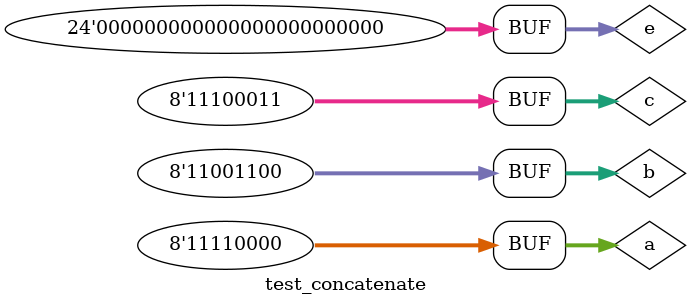
<source format=sv>
module test_concatenate();
  logic [7:0] a,b,c,d;
  logic [23:0] f,e;
  
  initial begin
    #30;
    a=8'b11110000;
    b=8'b11001100;
    c=8'b11100011;
    #20
    e= {a,b[3:0],c,4'b1111};
    #40
    e=0;
  end 
  initial begin 
    $dumpfile("test.vcd");
    $dumpvars;
  end 
endmodule 
</source>
